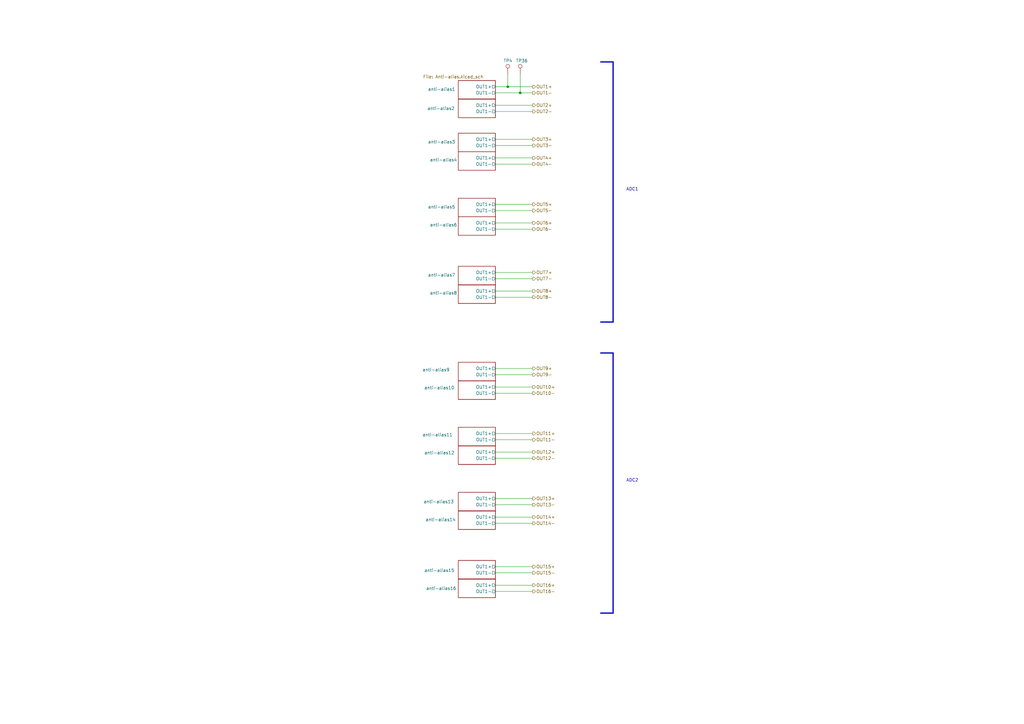
<source format=kicad_sch>
(kicad_sch (version 20231120) (generator "eeschema") (generator_version "8.0")
  (paper "A3")
  (title_block (title "Sound Compass POC") (date "2024-03-23") (rev "A") (company "Josh Berry") (comment 1 "JBRRY"))
  (lib_symbols
    (symbol "Connector:TestPoint" (pin_numbers hide) (pin_names (offset 0.762) hide)
      (property "Reference" "TP" (at 0 6.858 0))
      (property "Value" "TestPoint" (at 0 5.08 0))
      (symbol "TestPoint_0_1"
        (circle (center 0 3.302) (radius 0.762))
      )
      (symbol "TestPoint_1_1"
        (pin passive line (at 0 0 90) (length 2.54) (name "1") (number "1"))
      )
    )
  )
  (junction (at 208.28 35.56))
  (junction (at 213.36 38.1))
  (wire (pts (xy 203.2 151.13) (xy 218.44 151.13)))
  (polyline (pts (xy 251.46 144.78) (xy 251.46 251.46)) (stroke (width 0.508)))
  (wire (pts (xy 203.2 232.41) (xy 218.44 232.41)))
  (wire (pts (xy 203.2 180.34) (xy 218.44 180.34)))
  (wire (pts (xy 203.2 45.72) (xy 218.44 45.72)))
  (wire (pts (xy 208.28 30.48) (xy 208.28 35.56)))
  (polyline (pts (xy 246.38 144.78) (xy 251.46 144.78)) (stroke (width 0.508)))
  (wire (pts (xy 203.2 91.44) (xy 218.44 91.44)))
  (wire (pts (xy 203.2 67.31) (xy 218.44 67.31)))
  (wire (pts (xy 203.2 204.47) (xy 218.44 204.47)))
  (wire (pts (xy 203.2 212.09) (xy 218.44 212.09)))
  (wire (pts (xy 203.2 214.63) (xy 218.44 214.63)))
  (wire (pts (xy 203.2 38.1) (xy 213.36 38.1)))
  (wire (pts (xy 203.2 161.29) (xy 218.44 161.29)))
  (wire (pts (xy 213.36 30.48) (xy 213.36 38.1)))
  (wire (pts (xy 203.2 153.67) (xy 218.44 153.67)))
  (wire (pts (xy 203.2 93.98) (xy 218.44 93.98)))
  (wire (pts (xy 203.2 83.82) (xy 218.44 83.82)))
  (wire (pts (xy 203.2 185.42) (xy 218.44 185.42)))
  (wire (pts (xy 203.2 242.57) (xy 218.44 242.57)))
  (wire (pts (xy 203.2 158.75) (xy 218.44 158.75)))
  (polyline (pts (xy 246.38 251.46) (xy 251.46 251.46)) (stroke (width 0.508)))
  (wire (pts (xy 203.2 114.3) (xy 218.44 114.3)))
  (wire (pts (xy 203.2 111.76) (xy 218.44 111.76)))
  (wire (pts (xy 203.2 43.18) (xy 218.44 43.18)))
  (wire (pts (xy 203.2 119.38) (xy 218.44 119.38)))
  (wire (pts (xy 203.2 121.92) (xy 218.44 121.92)))
  (wire (pts (xy 213.36 38.1) (xy 218.44 38.1)))
  (wire (pts (xy 203.2 86.36) (xy 218.44 86.36)))
  (polyline (pts (xy 246.38 132.08) (xy 251.46 132.08)) (stroke (width 0.508)))
  (wire (pts (xy 203.2 64.77) (xy 218.44 64.77)))
  (wire (pts (xy 203.2 207.01) (xy 218.44 207.01)))
  (wire (pts (xy 203.2 187.96) (xy 218.44 187.96)))
  (wire (pts (xy 203.2 234.95) (xy 218.44 234.95)))
  (wire (pts (xy 203.2 57.15) (xy 218.44 57.15)))
  (wire (pts (xy 203.2 177.8) (xy 218.44 177.8)))
  (wire (pts (xy 203.2 240.03) (xy 218.44 240.03)))
  (polyline (pts (xy 251.46 25.4) (xy 251.46 132.08)) (stroke (width 0.508)))
  (wire (pts (xy 208.28 35.56) (xy 218.44 35.56)))
  (wire (pts (xy 203.2 35.56) (xy 208.28 35.56)))
  (polyline (pts (xy 246.38 25.4) (xy 251.46 25.4)) (stroke (width 0.508)))
  (wire (pts (xy 203.2 59.69) (xy 218.44 59.69)))
  (text "ADC2" (at 259.334 197.104 0) (effects (font (size 1.27 1.27))))
  (text "ADC1" (at 259.334 77.724 0) (effects (font (size 1.27 1.27))))
  (hierarchical_label "OUT2+" (shape output) (at 218.44 43.18 0))
  (hierarchical_label "OUT15+" (shape output) (at 218.44 232.41 0))
  (hierarchical_label "OUT12+" (shape output) (at 218.44 185.42 0))
  (hierarchical_label "OUT7+" (shape output) (at 218.44 111.76 0))
  (hierarchical_label "OUT1-" (shape output) (at 218.44 38.1 0))
  (hierarchical_label "OUT10-" (shape output) (at 218.44 161.29 0))
  (hierarchical_label "OUT4-" (shape output) (at 218.44 67.31 0))
  (hierarchical_label "OUT4+" (shape output) (at 218.44 64.77 0))
  (hierarchical_label "OUT8-" (shape output) (at 218.44 121.92 0))
  (hierarchical_label "OUT13-" (shape output) (at 218.44 207.01 0))
  (hierarchical_label "OUT8+" (shape output) (at 218.44 119.38 0))
  (hierarchical_label "OUT3-" (shape output) (at 218.44 59.69 0))
  (hierarchical_label "OUT2-" (shape output) (at 218.44 45.72 0))
  (hierarchical_label "OUT6+" (shape output) (at 218.44 91.44 0))
  (hierarchical_label "OUT1+" (shape output) (at 218.44 35.56 0))
  (hierarchical_label "OUT14+" (shape output) (at 218.44 212.09 0))
  (hierarchical_label "OUT6-" (shape output) (at 218.44 93.98 0))
  (hierarchical_label "OUT5+" (shape output) (at 218.44 83.82 0))
  (hierarchical_label "OUT16-" (shape output) (at 218.44 242.57 0))
  (hierarchical_label "OUT3+" (shape output) (at 218.44 57.15 0))
  (hierarchical_label "OUT7-" (shape output) (at 218.44 114.3 0))
  (hierarchical_label "OUT13+" (shape output) (at 218.44 204.47 0))
  (hierarchical_label "OUT14-" (shape output) (at 218.44 214.63 0))
  (hierarchical_label "OUT9-" (shape output) (at 218.44 153.67 0))
  (hierarchical_label "OUT11-" (shape output) (at 218.44 180.34 0))
  (hierarchical_label "OUT10+" (shape output) (at 218.44 158.75 0))
  (hierarchical_label "OUT9+" (shape output) (at 218.44 151.13 0))
  (hierarchical_label "OUT15-" (shape output) (at 218.44 234.95 0))
  (hierarchical_label "OUT5-" (shape output) (at 218.44 86.36 0))
  (hierarchical_label "OUT12-" (shape output) (at 218.44 187.96 0))
  (hierarchical_label "OUT11+" (shape output) (at 218.44 177.8 0))
  (hierarchical_label "OUT16+" (shape output) (at 218.44 240.03 0))
  (symbol (lib_id "Connector:TestPoint") (at 213.36 30.48 0) (unit 1) (in_bom no)
    (property "Reference" "TP36" (at 211.582 24.892 0) (effects (justify left)))
    (property "Value" "Hole_1.5mm" (effects (hide yes)))
    (property "Footprint" "TestPoint:TestPoint_THTPad_D1.5mm_Drill0.7mm" (effects (hide yes)))
    (property "Description" "test point" (effects (hide yes)))
  )
  (symbol (lib_id "Connector:TestPoint") (at 208.28 30.48 0) (unit 1) (in_bom no)
    (property "Reference" "TP4" (at 206.502 24.892 0) (effects (justify left)))
    (property "Value" "Hole_1.5mm" (effects (hide yes)))
    (property "Footprint" "TestPoint:TestPoint_THTPad_D1.5mm_Drill0.7mm" (effects (hide yes)))
    (property "Description" "test point" (effects (hide yes)))
  )
  (sheet (at 187.96 156.21) (size 15.24 7.62) (stroke (width 0.1524))
    (property "Sheetname" "anti-alias10" (at 173.99 159.766 0) (effects (justify left bottom)))
    (property "Sheetfile" "Anti-alias.kicad_sch" (effects (hide yes)))
    (pin "OUT1-" output (at 203.2 161.29 0))
    (pin "OUT1+" output (at 203.2 158.75 0))
  )
  (sheet (at 187.96 54.61) (size 15.24 7.62) (stroke (width 0.1524))
    (property "Sheetname" "anti-alias3" (at 175.514 58.928 0) (effects (justify left bottom)))
    (property "Sheetfile" "Anti-alias.kicad_sch" (effects (hide yes)))
    (pin "OUT1-" output (at 203.2 59.69 0))
    (pin "OUT1+" output (at 203.2 57.15 0))
  )
  (sheet (at 187.96 116.84) (size 15.24 7.62) (stroke (width 0.1524))
    (property "Sheetname" "anti-alias8" (at 176.276 120.904 0) (effects (justify left bottom)))
    (property "Sheetfile" "Anti-alias.kicad_sch" (effects (hide yes)))
    (pin "OUT1-" output (at 203.2 121.92 0))
    (pin "OUT1+" output (at 203.2 119.38 0))
  )
  (sheet (at 187.96 33.02) (size 15.24 7.62) (stroke (width 0.1524))
    (property "Sheetname" "anti-alias1" (at 175.514 37.338 0) (effects (justify left bottom)))
    (property "Sheetfile" "Anti-alias.kicad_sch" (at 173.482 30.734 0) (effects (justify left top)))
    (pin "OUT1-" output (at 203.2 38.1 0))
    (pin "OUT1+" output (at 203.2 35.56 0))
  )
  (sheet (at 187.96 175.26) (size 15.24 7.62) (stroke (width 0.1524))
    (property "Sheetname" "anti-alias11" (at 173.228 179.07 0) (effects (justify left bottom)))
    (property "Sheetfile" "Anti-alias.kicad_sch" (effects (hide yes)))
    (pin "OUT1-" output (at 203.2 180.34 0))
    (pin "OUT1+" output (at 203.2 177.8 0))
  )
  (sheet (at 187.96 109.22) (size 15.24 7.62) (stroke (width 0.1524))
    (property "Sheetname" "anti-alias7" (at 175.514 113.538 0) (effects (justify left bottom)))
    (property "Sheetfile" "Anti-alias.kicad_sch" (effects (hide yes)))
    (pin "OUT1-" output (at 203.2 114.3 0))
    (pin "OUT1+" output (at 203.2 111.76 0))
  )
  (sheet (at 187.96 209.55) (size 15.24 7.62) (stroke (width 0.1524))
    (property "Sheetname" "anti-alias14" (at 174.498 213.868 0) (effects (justify left bottom)))
    (property "Sheetfile" "Anti-alias.kicad_sch" (effects (hide yes)))
    (pin "OUT1-" output (at 203.2 214.63 0))
    (pin "OUT1+" output (at 203.2 212.09 0))
  )
  (sheet (at 187.96 40.64) (size 15.24 7.62) (stroke (width 0.1524))
    (property "Sheetname" "anti-alias2" (at 175.26 45.212 0) (effects (justify left bottom)))
    (property "Sheetfile" "Anti-alias.kicad_sch" (effects (hide yes)))
    (pin "OUT1-" output (at 203.2 45.72 0))
    (pin "OUT1+" output (at 203.2 43.18 0))
  )
  (sheet (at 187.96 237.49) (size 15.24 7.62) (stroke (width 0.1524))
    (property "Sheetname" "anti-alias16" (at 174.752 242.062 0) (effects (justify left bottom)))
    (property "Sheetfile" "Anti-alias.kicad_sch" (effects (hide yes)))
    (pin "OUT1-" output (at 203.2 242.57 0))
    (pin "OUT1+" output (at 203.2 240.03 0))
  )
  (sheet (at 187.96 201.93) (size 15.24 7.62) (stroke (width 0.1524))
    (property "Sheetname" "anti-alias13" (at 173.736 206.502 0) (effects (justify left bottom)))
    (property "Sheetfile" "Anti-alias.kicad_sch" (effects (hide yes)))
    (pin "OUT1-" output (at 203.2 207.01 0))
    (pin "OUT1+" output (at 203.2 204.47 0))
  )
  (sheet (at 187.96 148.59) (size 15.24 7.62) (stroke (width 0.1524))
    (property "Sheetname" "anti-alias9" (at 173.228 152.4 0) (effects (justify left bottom)))
    (property "Sheetfile" "Anti-alias.kicad_sch" (effects (hide yes)))
    (pin "OUT1-" output (at 203.2 153.67 0))
    (pin "OUT1+" output (at 203.2 151.13 0))
  )
  (sheet (at 187.96 81.28) (size 15.24 7.62) (stroke (width 0.1524))
    (property "Sheetname" "anti-alias5" (at 175.514 85.598 0) (effects (justify left bottom)))
    (property "Sheetfile" "Anti-alias.kicad_sch" (effects (hide yes)))
    (pin "OUT1-" output (at 203.2 86.36 0))
    (pin "OUT1+" output (at 203.2 83.82 0))
  )
  (sheet (at 187.96 229.87) (size 15.24 7.62) (stroke (width 0.1524))
    (property "Sheetname" "anti-alias15" (at 173.99 234.696 0) (effects (justify left bottom)))
    (property "Sheetfile" "Anti-alias.kicad_sch" (effects (hide yes)))
    (pin "OUT1-" output (at 203.2 234.95 0))
    (pin "OUT1+" output (at 203.2 232.41 0))
  )
  (sheet (at 187.96 182.88) (size 15.24 7.62) (stroke (width 0.1524))
    (property "Sheetname" "anti-alias12" (at 173.99 186.436 0) (effects (justify left bottom)))
    (property "Sheetfile" "Anti-alias.kicad_sch" (effects (hide yes)))
    (pin "OUT1-" output (at 203.2 187.96 0))
    (pin "OUT1+" output (at 203.2 185.42 0))
  )
  (sheet (at 187.96 62.23) (size 15.24 7.62) (stroke (width 0.1524))
    (property "Sheetname" "anti-alias4" (at 176.276 66.294 0) (effects (justify left bottom)))
    (property "Sheetfile" "Anti-alias.kicad_sch" (effects (hide yes)))
    (pin "OUT1-" output (at 203.2 67.31 0))
    (pin "OUT1+" output (at 203.2 64.77 0))
  )
  (sheet (at 187.96 88.9) (size 15.24 7.62) (stroke (width 0.1524))
    (property "Sheetname" "anti-alias6" (at 176.276 92.964 0) (effects (justify left bottom)))
    (property "Sheetfile" "Anti-alias.kicad_sch" (effects (hide yes)))
    (pin "OUT1-" output (at 203.2 93.98 0))
    (pin "OUT1+" output (at 203.2 91.44 0))
  )
)
</source>
